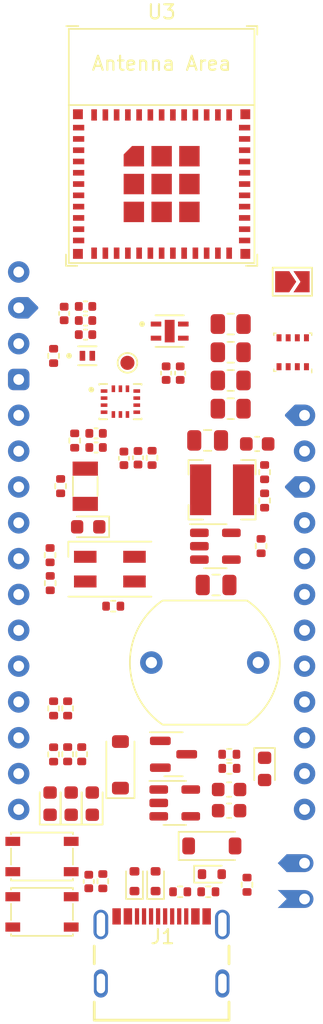
<source format=kicad_pcb>
(kicad_pcb (version 20221018) (generator pcbnew)
  (layers (0 "F.Cu" signal) (31 "B.Cu" signal) (34 "B.Paste" user) (35 "F.Paste" user) (36 "B.SilkS" user "B.Silkscreen") (37 "F.SilkS" user "F.Silkscreen") (38 "B.Mask" user) (39 "F.Mask" user) (44 "Edge.Cuts" user))
  (net 0 "")
  (net 1 "+3V3")
  (net 2 "GND")
  (net 3 "CHIP_PU")
  (net 4 "IO0")
  (net 5 "IO1")
  (net 6 "IO9_BOOT")
  (net 7 "VBUS")
  (net 8 "+BATT")
  (net 9 "+5V")
  (net 10 "Net-(U6-FB)")
  (net 11 "Net-(D2-A)")
  (net 13 "Net-(D3-DIN)")
  (net 14 "Net-(D4-K)")
  (net 15 "USB_D-")
  (net 16 "Net-(D7-A)")
  (net 17 "USB_D+")
  (net 18 "Net-(D10-A)")
  (net 19 "Net-(D11-A)")
  (net 20 "Net-(D12-A)")
  (net 21 "Net-(J1-CC1)")
  (net 23 "Net-(J1-CC2)")
  (net 25 "Net-(J1-SHELL_GND-PadS1)")
  (net 26 "SDO")
  (net 27 "/Buck_Coil")
  (net 28 "Net-(U2-AP_CS)")
  (net 29 "Net-(U4-PROG)")
  (net 30 "IO7")
  (net 31 "IO2")
  (net 32 "Net-(U4-STAT)")
  (net 33 "ENABLE")
  (net 34 "IO8_SCL")
  (net 35 "IO10_SDA")
  (net 36 "Net-(U7-SCK)")
  (net 37 "Net-(U7-SDI)")
  (net 38 "Net-(U7-CSB)")
  (net 39 "IO3")
  (net 40 "IO4")
  (net 41 "IO5")
  (net 42 "Net-(U2-INT2)")
  (net 54 "IO6")
  (net 59 "IO20_RX")
  (net 60 "IO21_TX")
  (footprint "OptoDevice:R_LDR_10x8.5mm_P7.6mm_Vertical" (layer "F.Cu") (at 105.95 74)
    (fp_text reference "R25" hide)
    (fp_text value "LDR03" hide)
    (pad "1" thru_hole circle (at 0 0) (size 1.6 1.6) (drill 0.8) (layers "*.Cu" "*.Mask") (net 9 "+5V"))
    (pad "2" thru_hole circle (at 7.6 0) (size 1.6 1.6) (drill 0.8) (layers "*.Cu" "*.Mask") (net 41 "IO5"))
  )
  (footprint "Inductor_SMD:L_Bourns-SRN4018" (layer "F.Cu") (at 110.975 61.75 180)
    (fp_text reference "L1" hide)
    (fp_text value "SPH4018H2R2MT (2.2uH 2.2A)" hide)
    (pad "1" smd rect (at -1.525 0 180) (size 1.5 3.6) (layers "F.Cu" "F.Paste" "F.Mask") (net 27 "/Buck_Coil"))
    (pad "2" smd rect (at 1.525 0 180) (size 1.5 3.6) (layers "F.Cu" "F.Paste" "F.Mask") (net 1 "+3V3"))
  )
  (footprint "LED_SMD:LED_0603_1608Metric" (layer "F.Cu") (at 100.25 84 90)
    (fp_text reference "D11" hide)
    (fp_text value "LED" hide)
    (pad "1" smd roundrect (at -0.7875 0 90) (size 0.875 0.95) (layers "F.Cu" "F.Paste" "F.Mask") (net 2 "GND"))
    (pad "2" smd roundrect (at 0.7875 0 90) (size 0.875 0.95) (layers "F.Cu" "F.Paste" "F.Mask") (net 19 "Net-(D11-A)"))
  )
  (footprint "Capacitor_SMD:C_0402_1005Metric" (layer "F.Cu") (at 101.5 89.52 -90)
    (fp_text reference "C11" hide)
    (fp_text value "1nF 10V" hide)
    (pad "1" smd roundrect (at -0.48 0 270) (size 0.56 0.62) (layers "F.Cu" "F.Paste" "F.Mask") (net 2 "GND"))
    (pad "2" smd roundrect (at 0.48 0 270) (size 0.56 0.62) (layers "F.Cu" "F.Paste" "F.Mask") (net 6 "IO9_BOOT"))
  )
  (footprint "Resistor_SMD:R_0402_1005Metric" (layer "F.Cu") (at 99 77.25 90)
    (fp_text reference "R14" hide)
    (fp_text value "10kR 1%" hide)
    (pad "1" smd roundrect (at -0.51 0 90) (size 0.54 0.64) (layers "F.Cu" "F.Paste" "F.Mask") (net 1 "+3V3"))
    (pad "2" smd roundrect (at 0.51 0 90) (size 0.54 0.64) (layers "F.Cu" "F.Paste" "F.Mask") (net 34 "IO8_SCL"))
  )
  (footprint "Package_TO_SOT_SMD:SOT-23-5" (layer "F.Cu") (at 110.5 65.75)
    (fp_text reference "U6" hide)
    (fp_text value "SY8088" hide)
    (pad "1" smd roundrect (at -1.1375 -0.95) (size 1.325 0.6) (layers "F.Cu" "F.Paste" "F.Mask") (net 33 "ENABLE"))
    (pad "2" smd roundrect (at -1.1375 0) (size 1.325 0.6) (layers "F.Cu" "F.Paste" "F.Mask") (net 2 "GND"))
    (pad "3" smd roundrect (at -1.1375 0.95) (size 1.325 0.6) (layers "F.Cu" "F.Paste" "F.Mask") (net 27 "/Buck_Coil"))
    (pad "4" smd roundrect (at 1.1375 0.95) (size 1.325 0.6) (layers "F.Cu" "F.Paste" "F.Mask") (net 9 "+5V"))
    (pad "5" smd roundrect (at 1.1375 -0.95) (size 1.325 0.6) (layers "F.Cu" "F.Paste" "F.Mask") (net 10 "Net-(U6-FB)"))
  )
  (footprint "Capacitor_SMD:C_0402_1005Metric" (layer "F.Cu") (at 101.27 49.75)
    (fp_text reference "C2" hide)
    (fp_text value "100nF 10V" hide)
    (pad "1" smd roundrect (at -0.48 0) (size 0.56 0.62) (layers "F.Cu" "F.Paste" "F.Mask") (net 1 "+3V3"))
    (pad "2" smd roundrect (at 0.48 0) (size 0.56 0.62) (layers "F.Cu" "F.Paste" "F.Mask") (net 2 "GND"))
  )
  (footprint "Resistor_SMD:R_0402_1005Metric" (layer "F.Cu") (at 99.5 61.49 -90)
    (fp_text reference "R5" hide)
    (fp_text value "DNP" hide)
    (pad "1" smd roundrect (at -0.51 0 270) (size 0.54 0.64) (layers "F.Cu" "F.Paste" "F.Mask") (net 4 "IO0"))
    (pad "2" smd roundrect (at 0.51 0 270) (size 0.54 0.64) (layers "F.Cu" "F.Paste" "F.Mask") (net 5 "IO1"))
  )
  (footprint "Connector:GCT_USB4105-GF-A" (layer "F.Cu") (at 106.68 96.75)
    (fp_text reference "J1" (at 0.07 -3.31) (layer "F.SilkS"))
    (fp_text value "USB4105-GF-A")
    (pad "" np_thru_hole circle (at -2.89 -3.68) (size 0.65 0.65) (drill 0.65) (layers "*.Cu" "*.Mask"))
    (pad "" np_thru_hole circle (at 2.89 -3.68) (size 0.65 0.65) (drill 0.65) (layers "*.Cu" "*.Mask"))
    (pad "A1_B12" smd rect (at -3.2 -4.755) (size 0.6 1.15) (layers "F.Cu" "F.Paste" "F.Mask") (net 2 "GND"))
    (pad "A4_B9" smd rect (at -2.4 -4.755) (size 0.6 1.15) (layers "F.Cu" "F.Paste" "F.Mask") (net 16 "Net-(D7-A)"))
    (pad "A5" smd rect (at -1.25 -4.755) (size 0.3 1.15) (layers "F.Cu" "F.Paste" "F.Mask") (net 21 "Net-(J1-CC1)"))
    (pad "A6" smd rect (at -0.25 -4.755) (size 0.3 1.15) (layers "F.Cu" "F.Paste" "F.Mask") (net 17 "USB_D+"))
    (pad "A7" smd rect (at 0.25 -4.755) (size 0.3 1.15) (layers "F.Cu" "F.Paste" "F.Mask") (net 15 "USB_D-"))
    (pad "A8" smd rect (at 1.25 -4.755) (size 0.3 1.15) (layers "F.Cu" "F.Paste" "F.Mask"))
    (pad "B1_A12" smd rect (at 3.2 -4.755) (size 0.6 1.15) (layers "F.Cu" "F.Paste" "F.Mask") (net 2 "GND"))
    (pad "B4_A9" smd rect (at 2.4 -4.755) (size 0.6 1.15) (layers "F.Cu" "F.Paste" "F.Mask") (net 16 "Net-(D7-A)"))
    (pad "B5" smd rect (at 1.75 -4.755) (size 0.3 1.15) (layers "F.Cu" "F.Paste" "F.Mask") (net 23 "Net-(J1-CC2)"))
    (pad "B6" smd rect (at 0.75 -4.755) (size 0.3 1.15) (layers "F.Cu" "F.Paste" "F.Mask") (net 17 "USB_D+"))
    (pad "B7" smd rect (at -0.75 -4.755) (size 0.3 1.15) (layers "F.Cu" "F.Paste" "F.Mask") (net 15 "USB_D-"))
    (pad "B8" smd rect (at -1.75 -4.755) (size 0.3 1.15) (layers "F.Cu" "F.Paste" "F.Mask"))
    (pad "S1" thru_hole oval (at -4.32 -4.18) (size 1.05 2.1) (drill oval 0.6 1.7) (layers "*.Cu" "*.Mask") (net 25 "Net-(J1-SHELL_GND-PadS1)"))
    (pad "S2" thru_hole oval (at -4.32 0) (size 1 2) (drill oval 0.6 1.4) (layers "*.Cu" "*.Mask") (net 25 "Net-(J1-SHELL_GND-PadS1)"))
    (pad "S3" thru_hole oval (at 4.32 0) (size 1 2) (drill oval 0.6 1.4) (layers "*.Cu" "*.Mask") (net 25 "Net-(J1-SHELL_GND-PadS1)"))
    (pad "S4" thru_hole oval (at 4.32 -4.18) (size 1.05 2.1) (drill oval 0.6 1.7) (layers "*.Cu" "*.Mask") (net 25 "Net-(J1-SHELL_GND-PadS1)"))
  )
  (footprint "Capacitor_SMD:C_0402_1005Metric" (layer "F.Cu") (at 107 53.48 90)
    (fp_text reference "C5" hide)
    (fp_text value "10nF 10V" hide)
    (pad "1" smd roundrect (at -0.48 0 90) (size 0.56 0.62) (layers "F.Cu" "F.Paste" "F.Mask") (net 1 "+3V3"))
    (pad "2" smd roundrect (at 0.48 0 90) (size 0.56 0.62) (layers "F.Cu" "F.Paste" "F.Mask") (net 2 "GND"))
  )
  (footprint "Capacitor_SMD:C_0402_1005Metric" (layer "F.Cu") (at 102.02 57.75)
    (fp_text reference "C7" hide)
    (fp_text value "10nF 10V" hide)
    (pad "1" smd roundrect (at -0.48 0) (size 0.56 0.62) (layers "F.Cu" "F.Paste" "F.Mask") (net 1 "+3V3"))
    (pad "2" smd roundrect (at 0.48 0) (size 0.56 0.62) (layers "F.Cu" "F.Paste" "F.Mask") (net 2 "GND"))
  )
  (footprint "Resistor_SMD:R_0402_1005Metric" (layer "F.Cu") (at 108 90.25)
    (fp_text reference "R17" hide)
    (fp_text value "5k1R 1%" hide)
    (pad "1" smd roundrect (at -0.51 0) (size 0.54 0.64) (layers "F.Cu" "F.Paste" "F.Mask") (net 21 "Net-(J1-CC1)"))
    (pad "2" smd roundrect (at 0.51 0) (size 0.54 0.64) (layers "F.Cu" "F.Paste" "F.Mask") (net 2 "GND"))
  )
  (footprint "Resistor_SMD:R_0805_2012Metric" (layer "F.Cu") (at 111.5875 52)
    (fp_text reference "R19" hide)
    (fp_text value "4.7K" hide)
    (pad "1" smd roundrect (at -0.9125 0) (size 1.025 1.4) (layers "F.Cu" "F.Paste" "F.Mask") (roundrect_rratio 0.243902) (net 35 "IO10_SDA"))
    (pad "2" smd roundrect (at 0.9125 0) (size 1.025 1.4) (layers "F.Cu" "F.Paste" "F.Mask") (roundrect_rratio 0.243902) (net 37 "Net-(U7-SDI)"))
  )
  (footprint "Jumper:SolderJumper-2_P1.3mm_Open_TrianglePad1.0x1.5mm" (layer "F.Cu") (at 115.975 47)
    (fp_text reference "JP1" hide)
    (fp_text value "Jumper_2_Open" hide)
    (pad "1" smd custom (at -0.725 0) (size 0.3 0.3) (layers "F.Cu" "F.Mask") (net 26 "SDO") (options (clearance outline) (anchor rect)) (primitives (gr_poly (pts (xy 1 0) (xy 0.5 0.75) (xy -0.5 0.75) (xy -0.5 -0.75) (xy 0.5 -0.75)) (width 0) (fill yes))))
    (pad "2" smd custom (at 0.725 0) (size 0.3 0.3) (layers "F.Cu" "F.Mask") (net 2 "GND") (options (clearance outline) (anchor rect)) (primitives (gr_poly (pts (xy 0.5 0.75) (xy -0.65 0.75) (xy -0.15 0) (xy -0.65 -0.75) (xy 0.5 -0.75)) (width 0) (fill yes))))
  )
  (footprint "Capacitor_SMD:C_0402_1005Metric" (layer "F.Cu") (at 102.02 58.75)
    (fp_text reference "C8" hide)
    (fp_text value "100nF 10V" hide)
    (pad "1" smd roundrect (at -0.48 0) (size 0.56 0.62) (layers "F.Cu" "F.Paste" "F.Mask") (net 1 "+3V3"))
    (pad "2" smd roundrect (at 0.48 0) (size 0.56 0.62) (layers "F.Cu" "F.Paste" "F.Mask") (net 2 "GND"))
  )
  (footprint "Resistor_SMD:R_0402_1005Metric" (layer "F.Cu") (at 99 80.51 -90)
    (fp_text reference "R24" hide)
    (fp_text value "220" hide)
    (pad "1" smd roundrect (at -0.51 0 270) (size 0.54 0.64) (layers "F.Cu" "F.Paste" "F.Mask") (net 40 "IO4"))
    (pad "2" smd roundrect (at 0.51 0 270) (size 0.54 0.64) (layers "F.Cu" "F.Paste" "F.Mask") (net 20 "Net-(D12-A)"))
  )
  (footprint "Resistor_SMD:R_0402_1005Metric" (layer "F.Cu") (at 113.75 65.74 90)
    (fp_text reference "R10" hide)
    (fp_text value "10kR 1%" hide)
    (pad "1" smd roundrect (at -0.51 0 90) (size 0.54 0.64) (layers "F.Cu" "F.Paste" "F.Mask") (net 9 "+5V"))
    (pad "2" smd roundrect (at 0.51 0 90) (size 0.54 0.64) (layers "F.Cu" "F.Paste" "F.Mask") (net 33 "ENABLE"))
  )
  (footprint "Diode_SMD:SOD-882" (layer "F.Cu") (at 101.4 52.25)
    (fp_text reference "D1" hide)
    (fp_text value "LESD8D3.3CAT5G" hide)
    (pad "1" smd roundrect (at -0.35 0) (size 0.4 0.7) (layers "F.Cu") (roundrect_rratio 0.09) (net 1 "+3V3"))
    (pad "2" smd roundrect (at 0.35 0) (size 0.4 0.7) (layers "F.Cu") (roundrect_rratio 0.09) (net 2 "GND"))
  )
  (footprint "Button_Switch_SMD:SW_SPST_PTS810" (layer "F.Cu") (at 98.175 91.675)
    (fp_text reference "SW2" hide)
    (fp_text value "SW_Push" hide)
    (pad "1" smd rect (at -2.075 -1.075) (size 1.05 0.65) (layers "F.Cu" "F.Paste" "F.Mask") (net 6 "IO9_BOOT"))
    (pad "1" smd rect (at 2.075 -1.075) (size 1.05 0.65) (layers "F.Cu" "F.Paste" "F.Mask") (net 6 "IO9_BOOT"))
    (pad "2" smd rect (at -2.075 1.075) (size 1.05 0.65) (layers "F.Cu" "F.Paste" "F.Mask") (net 2 "GND"))
    (pad "2" smd rect (at 2.075 1.075) (size 1.05 0.65) (layers "F.Cu" "F.Paste" "F.Mask") (net 2 "GND"))
  )
  (footprint "Capacitor_SMD:C_0603_1608Metric" (layer "F.Cu") (at 111.475 83)
    (fp_text reference "C12" hide)
    (fp_text value "4.7uF 16V" hide)
    (pad "1" smd roundrect (at -0.775 0) (size 0.9 0.95) (layers "F.Cu" "F.Paste" "F.Mask") (net 2 "GND"))
    (pad "2" smd roundrect (at 0.775 0) (size 0.9 0.95) (layers "F.Cu" "F.Paste" "F.Mask") (net 7 "VBUS"))
  )
  (footprint "LED_SMD:LED_0603_1608Metric" (layer "F.Cu") (at 114 81.5375 -90)
    (fp_text reference "D4" hide)
    (fp_text value "LED" hide)
    (pad "1" smd roundrect (at -0.7875 0 270) (size 0.875 0.95) (layers "F.Cu" "F.Paste" "F.Mask") (net 14 "Net-(D4-K)"))
    (pad "2" smd roundrect (at 0.7875 0 270) (size 0.875 0.95) (layers "F.Cu" "F.Paste" "F.Mask") (net 7 "VBUS"))
  )
  (footprint "Package_TO_SOT_SMD:SOT-23-5" (layer "F.Cu") (at 107.6125 83.95)
    (fp_text reference "U4" hide)
    (fp_text value "MCP73831T-2ACI/OT" hide)
    (pad "1" smd roundrect (at -1.1375 -0.95) (size 1.325 0.6) (layers "F.Cu" "F.Paste" "F.Mask") (net 32 "Net-(U4-STAT)"))
    (pad "2" smd roundrect (at -1.1375 0) (size 1.325 0.6) (layers "F.Cu" "F.Paste" "F.Mask") (net 2 "GND"))
    (pad "3" smd roundrect (at -1.1375 0.95) (size 1.325 0.6) (layers "F.Cu" "F.Paste" "F.Mask") (net 8 "+BATT"))
    (pad "4" smd roundrect (at 1.1375 0.95) (size 1.325 0.6) (layers "F.Cu" "F.Paste" "F.Mask") (net 7 "VBUS"))
    (pad "5" smd roundrect (at 1.1375 -0.95) (size 1.325 0.6) (layers "F.Cu" "F.Paste" "F.Mask") (net 29 "Net-(U4-PROG)"))
  )
  (footprint "Diode_SMD:D_SOD-123" (layer "F.Cu") (at 103.75 81.25 90)
    (fp_text reference "D5" hide)
    (fp_text value "B5819W" hide)
    (pad "1" smd roundrect (at -1.65 0 90) (size 0.9 1.2) (layers "F.Cu" "F.Paste" "F.Mask") (net 9 "+5V"))
    (pad "2" smd roundrect (at 1.65 0 90) (size 0.9 1.2) (layers "F.Cu" "F.Paste" "F.Mask") (net 7 "VBUS"))
  )
  (footprint "Resistor_SMD:R_0805_2012Metric" (layer "F.Cu") (at 111.5875 54)
    (fp_text reference "R20" hide)
    (fp_text value "4.7K" hide)
    (pad "1" smd roundrect (at -0.9125 0) (size 1.025 1.4) (layers "F.Cu" "F.Paste" "F.Mask") (roundrect_rratio 0.243902) (net 1 "+3V3"))
    (pad "2" smd roundrect (at 0.9125 0) (size 1.025 1.4) (layers "F.Cu" "F.Paste" "F.Mask") (roundrect_rratio 0.243902) (net 38 "Net-(U7-CSB)"))
  )
  (footprint "Resistor_SMD:R_0805_2012Metric" (layer "F.Cu") (at 111.5875 50)
    (fp_text reference "R18" hide)
    (fp_text value "4.7K" hide)
    (pad "1" smd roundrect (at -0.9125 0) (size 1.025 1.4) (layers "F.Cu" "F.Paste" "F.Mask") (roundrect_rratio 0.243902) (net 34 "IO8_SCL"))
    (pad "2" smd roundrect (at 0.9125 0) (size 1.025 1.4) (layers "F.Cu" "F.Paste" "F.Mask") (roundrect_rratio 0.243902) (net 36 "Net-(U7-SCK)"))
  )
  (footprint "Capacitor_SMD:C_0603_1608Metric" (layer "F.Cu") (at 113.475 58.5)
    (fp_text reference "C15" hide)
    (fp_text value "22pF 50V" hide)
    (pad "1" smd roundrect (at -0.775 0) (size 0.9 0.95) (layers "F.Cu" "F.Paste" "F.Mask") (net 1 "+3V3"))
    (pad "2" smd roundrect (at 0.775 0) (size 0.9 0.95) (layers "F.Cu" "F.Paste" "F.Mask") (net 10 "Net-(U6-FB)"))
  )
  (footprint "Diode_SMD:D_SOD-523" (layer "F.Cu") (at 110.25 89)
    (fp_text reference "D8" hide)
    (fp_text value "LESD5D5.0CT1G" hide)
    (pad "1" smd roundrect (at -0.7 0 180) (size 0.6 0.7) (layers "F.Cu" "F.Paste" "F.Mask") (net 16 "Net-(D7-A)"))
    (pad "2" smd roundrect (at 0.7 0 180) (size 0.6 0.7) (layers "F.Cu" "F.Paste" "F.Mask") (net 2 "GND"))
  )
  (footprint "Resistor_SMD:R_0402_1005Metric" (layer "F.Cu") (at 101 80.5 -90)
    (fp_text reference "R22" hide)
    (fp_text value "220" hide)
    (pad "1" smd roundrect (at -0.51 0 270) (size 0.54 0.64) (layers "F.Cu" "F.Paste" "F.Mask") (net 31 "IO2"))
    (pad "2" smd roundrect (at 0.51 0 270) (size 0.54 0.64) (layers "F.Cu" "F.Paste" "F.Mask") (net 18 "Net-(D10-A)"))
  )
  (footprint "Package_LGA:Bosch_LGA-8_2.5x2.5mm_P0.65mm_ClockwisePinNumbering" (layer "F.Cu") (at 116 52 180)
    (fp_text reference "U7" hide)
    (fp_text value "BME280" hide)
    (pad "1" smd rect (at -0.975 -1.025 270) (size 0.5 0.35) (layers "F.Cu" "F.Paste" "F.Mask") (net 2 "GND"))
    (pad "2" smd rect (at -0.325 -1.025 270) (size 0.5 0.35) (layers "F.Cu" "F.Paste" "F.Mask") (net 38 "Net-(U7-CSB)"))
    (pad "3" smd rect (at 0.325 -1.025 270) (size 0.5 0.35) (layers "F.Cu" "F.Paste" "F.Mask") (net 37 "Net-(U7-SDI)"))
    (pad "4" smd rect (at 0.975 -1.025 270) (size 0.5 0.35) (layers "F.Cu" "F.Paste" "F.Mask") (net 36 "Net-(U7-SCK)"))
    (pad "5" smd rect (at 0.975 1.025 270) (size 0.5 0.35) (layers "F.Cu" "F.Paste" "F.Mask") (net 26 "SDO"))
    (pad "6" smd rect (at 0.325 1.025 270) (size 0.5 0.35) (layers "F.Cu" "F.Paste" "F.Mask") (net 1 "+3V3"))
    (pad "7" smd rect (at -0.325 1.025 270) (size 0.5 0.35) (layers "F.Cu" "F.Paste" "F.Mask") (net 2 "GND"))
    (pad "8" smd rect (at -0.975 1.025 270) (size 0.5 0.35) (layers "F.Cu" "F.Paste" "F.Mask") (net 1 "+3V3"))
  )
  (footprint "Capacitor_SMD:C_0402_1005Metric" (layer "F.Cu") (at 108 53.48 90)
    (fp_text reference "C6" hide)
    (fp_text value "100nF 10V" hide)
    (pad "1" smd roundrect (at -0.48 0 90) (size 0.56 0.62) (layers "F.Cu" "F.Paste" "F.Mask") (net 1 "+3V3"))
    (pad "2" smd roundrect (at 0.48 0 90) (size 0.56 0.62) (layers "F.Cu" "F.Paste" "F.Mask") (net 2 "GND"))
  )
  (footprint "Resistor_SMD:R_0402_1005Metric" (layer "F.Cu") (at 98.75 66.385 -90)
    (fp_text reference "R6" hide)
    (fp_text value "0R 1%" hide)
    (pad "1" smd roundrect (at -0.51 0 270) (size 0.54 0.64) (layers "F.Cu" "F.Paste" "F.Mask") (net 31 "IO2"))
    (pad "2" smd roundrect (at 0.51 0 270) (size 0.54 0.64) (layers "F.Cu" "F.Paste" "F.Mask") (net 13 "Net-(D3-DIN)"))
  )
  (footprint "Button_Switch_SMD:SW_SPST_PTS810" (layer "F.Cu") (at 98.175 87.75)
    (fp_text reference "SW1" hide)
    (fp_text value "SW_Push" hide)
    (pad "1" smd rect (at -2.075 -1.075) (size 1.05 0.65) (layers "F.Cu" "F.Paste" "F.Mask") (net 3 "CHIP_PU"))
    (pad "1" smd rect (at 2.075 -1.075) (size 1.05 0.65) (layers "F.Cu" "F.Paste" "F.Mask") (net 3 "CHIP_PU"))
    (pad "2" smd rect (at -2.075 1.075) (size 1.05 0.65) (layers "F.Cu" "F.Paste" "F.Mask") (net 2 "GND"))
    (pad "2" smd rect (at 2.075 1.075) (size 1.05 0.65) (layers "F.Cu" "F.Paste" "F.Mask") (net 2 "GND"))
  )
  (footprint "LED_SMD:LED_0603_1608Metric" (layer "F.Cu") (at 101.75 84 90)
    (fp_text reference "D10" hide)
    (fp_text value "LED" hide)
    (pad "1" smd roundrect (at -0.7875 0 90) (size 0.875 0.95) (layers "F.Cu" "F.Paste" "F.Mask") (net 2 "GND"))
    (pad "2" smd roundrect (at 0.7875 0 90) (size 0.875 0.95) (layers "F.Cu" "F.Paste" "F.Mask") (net 18 "Net-(D10-A)"))
  )
  (footprint "Crystal:Crystal_SMD_3215-2Pin_3.2x1.5mm" (layer "F.Cu") (at 101.25 61.5 90)
    (fp_text reference "Y1" hide)
    (fp_text value "32.768Hz" hide)
    (pad "1" smd rect (at 1.25 0 90) (size 1 1.8) (layers "F.Cu" "F.Paste" "F.Mask") (net 4 "IO0"))
    (pad "2" smd rect (at -1.25 0 90) (size 1 1.8) (layers "F.Cu" "F.Paste" "F.Mask") (net 5 "IO1"))
  )
  (footprint "Resistor_SMD:R_0402_1005Metric" (layer "F.Cu") (at 98.76 68.365 90)
    (fp_text reference "R4" hide)
    (fp_text value "470R 1%" hide)
    (pad "1" smd roundrect (at -0.51 0 90) (size 0.54 0.64) (layers "F.Cu" "F.Paste" "F.Mask") (net 30 "IO7"))
    (pad "2" smd roundrect (at 0.51 0 90) (size 0.54 0.64) (layers "F.Cu" "F.Paste" "F.Mask") (net 11 "Net-(D2-A)"))
  )
  (footprint "Resistor_SMD:R_0402_1005Metric" (layer "F.Cu") (at 114 62.51 -90)
    (fp_text reference "R13" hide)
    (fp_text value "22k1R 1%" hide)
    (pad "1" smd roundrect (at -0.51 0 270) (size 0.54 0.64) (layers "F.Cu" "F.Paste" "F.Mask") (net 10 "Net-(U6-FB)"))
    (pad "2" smd roundrect (at 0.51 0 270) (size 0.54 0.64) (layers "F.Cu" "F.Paste" "F.Mask") (net 2 "GND"))
  )
  (footprint "Resistor_SMD:R_0402_1005Metric" (layer "F.Cu") (at 102.5 89.5 90)
    (fp_text reference "R7" hide)
    (fp_text value "10kR 1%" hide)
    (pad "1" smd roundrect (at -0.51 0 90) (size 0.54 0.64) (layers "F.Cu" "F.Paste" "F.Mask") (net 1 "+3V3"))
    (pad "2" smd roundrect (at 0.51 0 90) (size 0.54 0.64) (layers "F.Cu" "F.Paste" "F.Mask") (net 6 "IO9_BOOT"))
  )
  (footprint "Resistor_SMD:R_0805_2012Metric" (layer "F.Cu") (at 111.5875 56 180)
    (fp_text reference "R21" hide)
    (fp_text value "4.7K" hide)
    (pad "1" smd roundrect (at -0.9125 0 180) (size 1.025 1.4) (layers "F.Cu" "F.Paste" "F.Mask") (roundrect_rratio 0.243902) (net 26 "SDO"))
    (pad "2" smd roundrect (at 0.9125 0 180) (size 1.025 1.4) (layers "F.Cu" "F.Paste" "F.Mask") (roundrect_rratio 0.243902) (net 1 "+3V3"))
  )
  (footprint "LED_SMD:LED_SK6812MINI_PLCC4_3.5x3.5mm_P1.75mm" (layer "F.Cu") (at 103 67.375 180)
    (fp_text reference "D3" hide)
    (fp_text value "WS2812B" hide)
    (pad "1" smd rect (at -1.75 -0.875 180) (size 1.6 0.85) (layers "F.Cu" "F.Paste" "F.Mask") (net 1 "+3V3"))
    (pad "2" smd rect (at -1.75 0.875 180) (size 1.6 0.85) (layers "F.Cu" "F.Paste" "F.Mask"))
    (pad "3" smd rect (at 1.75 0.875 180) (size 1.6 0.85) (layers "F.Cu" "F.Paste" "F.Mask") (net 2 "GND"))
    (pad "4" smd rect (at 1.75 -0.875 180) (size 1.6 0.85) (layers "F.Cu" "F.Paste" "F.Mask") (net 13 "Net-(D3-DIN)"))
  )
  (footprint "Resistor_SMD:R_0402_1005Metric" (layer "F.Cu") (at 111.49 80.5)
    (fp_text reference "R8" hide)
    (fp_text value "1kR 1%" hide)
    (pad "1" smd roundrect (at -0.51 0) (size 0.54 0.64) (layers "F.Cu" "F.Paste" "F.Mask") (net 32 "Net-(U4-STAT)"))
    (pad "2" smd roundrect (at 0.51 0) (size 0.54 0.64) (layers "F.Cu" "F.Paste" "F.Mask") (net 14 "Net-(D4-K)"))
  )
  (footprint "Resistor_SMD:R_0402_1005Metric" (layer "F.Cu") (at 103.24 70 180)
    (fp_text reference "R26" hide)
    (fp_text value "10K" hide)
    (pad "1" smd roundrect (at -0.51 0 180) (size 0.54 0.64) (layers "F.Cu" "F.Paste" "F.Mask") (net 2 "GND"))
    (pad "2" smd roundrect (at 0.51 0 180) (size 0.54 0.64) (layers "F.Cu" "F.Paste" "F.Mask") (net 41 "IO5"))
  )
  (footprint "Diode_SMD:D_SOD-523" (layer "F.Cu") (at 106.25 89.5 90)
    (fp_text reference "D9" hide)
    (fp_text value "LESD5D5.0CT1G" hide)
    (pad "1" smd roundrect (at -0.7 0 270) (size 0.6 0.7) (layers "F.Cu" "F.Paste" "F.Mask") (net 17 "USB_D+"))
    (pad "2" smd roundrect (at 0.7 0 270) (size 0.6 0.7) (layers "F.Cu" "F.Paste" "F.Mask") (net 2 "GND"))
  )
  (footprint "Capacitor_SMD:C_0805_2012Metric" (layer "F.Cu") (at 109.95 58.25)
    (fp_text reference "C16" hide)
    (fp_text value "10uF 16V" hide)
    (pad "1" smd roundrect (at -0.95 0) (size 1 1.45) (layers "F.Cu" "F.Paste" "F.Mask") (net 1 "+3V3"))
    (pad "2" smd roundrect (at 0.95 0) (size 1 1.45) (layers "F.Cu" "F.Paste" "F.Mask") (net 2 "GND"))
  )
  (footprint "Connector_Pin:Rust_Board" (layer "F.Cu") (at 106.68 65.995)
    (fp_text reference "U5" hide)
    (fp_text value "ESP_ASSISTANT")
    (pad "1" thru_hole circle (at -10.16 -19.685) (size 1.524 1.524) (drill 0.762) (layers "*.Cu" "*.Mask") (net 3 "CHIP_PU"))
    (pad "2" thru_hole custom (at -10.16 -17.145) (size 1.524 1.524) (drill 0.762) (layers "*.Cu" "*.Mask") (net 1 "+3V3") (options (clearance outline) (anchor circle)) (primitives (gr_poly (pts (xy 1.27 0) (xy 0.635 0.635) (xy 0 0.635) (xy 0 -0.635) (xy 0.635 -0.635)) (width 0.254) (fill yes))))
    (pad "3" thru_hole circle (at -10.16 -14.605) (size 1.524 1.524) (drill 0.762) (layers "*.Cu" "*.Mask"))
    (pad "4" thru_hole roundrect (at -10.16 -12.065) (size 1.524 1.524) (drill 0.762) (layers "*.Cu" "*.Mask") (net 2 "GND"))
    (pad "5" thru_hole circle (at -10.16 -9.525) (size 1.524 1.524) (drill 0.762) (layers "*.Cu" "*.Mask") (net 4 "IO0"))
    (pad "6" thru_hole circle (at -10.16 -6.985) (size 1.524 1.524) (drill 0.762) (layers "*.Cu" "*.Mask") (net 5 "IO1"))
    (pad "7" thru_hole circle (at -10.16 -4.445) (size 1.524 1.524) (drill 0.762) (layers "*.Cu" "*.Mask") (net 31 "IO2"))
    (pad "8" thru_hole circle (at -10.16 -1.905) (size 1.524 1.524) (drill 0.762) (layers "*.Cu" "*.Mask") (net 39 "IO3"))
    (pad "9" thru_hole circle (at -10.16 0.635) (size 1.524 1.524) (drill 0.762) (layers "*.Cu" "*.Mask") (net 40 "IO4"))
    (pad "10" thru_hole circle (at -10.16 3.175) (size 1.524 1.524) (drill 0.762) (layers "*.Cu" "*.Mask") (net 41 "IO5"))
    (pad "11" thru_hole circle (at -10.16 5.715) (size 1.524 1.524) (drill 0.762) (layers "*.Cu" "*.Mask") (net 54 "IO6"))
    (pad "12" thru_hole circle (at -10.16 8.255) (size 1.524 1.524) (drill 0.762) (layers "*.Cu" "*.Mask") (net 30 "IO7"))
    (pad "13" thru_hole circle (at -10.16 10.795) (size 1.524 1.524) (drill 0.762) (layers "*.Cu" "*.Mask") (net 34 "IO8_SCL"))
    (pad "14" thru_hole circle (at -10.16 13.335) (size 1.524 1.524) (drill 0.762) (layers "*.Cu" "*.Mask") (net 60 "IO21_TX"))
    (pad "15" thru_hole circle (at -10.16 15.875) (size 1.524 1.524) (drill 0.762) (layers "*.Cu" "*.Mask") (net 59 "IO20_RX"))
    (pad "16" thru_hole circle (at -10.16 18.415) (size 1.524 1.524) (drill 0.762) (layers "*.Cu" "*.Mask") (net 6 "IO9_BOOT"))
    (pad "17" thru_hole circle (at 10.16 18.415) (size 1.524 1.524) (drill 0.762) (layers "*.Cu" "*.Mask") (net 35 "IO10_SDA"))
    (pad "18" thru_hole circle (at 10.16 15.875) (size 1.524 1.524) (drill 0.762) (layers "*.Cu" "*.Mask") (net 34 "IO8_SCL"))
    (pad "19" thru_hole circle (at 10.16 13.335) (size 1.524 1.524) (drill 0.762) (layers "*.Cu" "*.Mask") (net 17 "USB_D+"))
    (pad "20" thru_hole circle (at 10.16 10.795) (size 1.524 1.524) (drill 0.762) (layers "*.Cu" "*.Mask") (net 15 "USB_D-"))
    (pad "21" thru_hole circle (at 10.16 8.255) (size 1.524 1.524) (drill 0.762) (layers "*.Cu" "*.Mask"))
    (pad "22" thru_hole circle (at 10.16 5.715) (size 1.524 1.524) (drill 0.762) (layers "*.Cu" "*.Mask"))
    (pad "23" thru_hole circle (at 10.16 3.175) (size 1.524 1.524) (drill 0.762) (layers "*.Cu" "*.Mask"))
    (pad "24" thru_hole circle (at 10.16 0.635) (size 1.524 1.524) (drill 0.762) (layers "*.Cu" "*.Mask"))
    (pad "25" thru_hole circle (at 10.16 -1.905) (size 1.524 1.524) (drill 0.762) (layers "*.Cu" "*.Mask"))
    (pad "26" thru_hole custom (at 10.16 -4.445) (size 1.524 1.524) (drill 0.762) (layers "*.Cu" "*.Mask") (net 7 "VBUS") (options (clearance outline) (anchor circle)) (primitives (gr_poly (pts (xy -1.27 0) (xy -0.635 -0.635) (xy 0 -0.635) (xy 0 0.635) (xy -0.635 0.635)) (width 0.254) (fill yes))))
    (pad "27" thru_hole circle (at 10.16 -6.985) (size 1.524 1.524) (drill 0.762) (layers "*.Cu" "*.Mask") (net 33 "ENABLE"))
    (pad "28" thru_hole custom (at 10.16 -9.525) (size 1.524 1.524) (drill 0.762) (layers "*.Cu" "*.Mask") (net 8 "+BATT") (options (clearance outline) (anchor circle)) (primitives (gr_poly (pts (xy -1.27 0) (xy -0.635 -0.635) (xy 0 -0.635) (xy 0 0.635) (xy -0.635 0.635)) (width 0.254) (fill yes))))
    (pad "29" thru_hole custom (at 10.16 24.765 90) (size 1.27 1.27) (drill 0.762) (layers "*.Cu" "*.Mask") (net 2 "GND") (options (clearance outline) (anchor circle)) (primitives (gr_poly (pts (xy 0.635 0) (xy -0.635 0) (xy -0.635 -1.905) (xy 0 -1.27) (xy 0.635 -1.905)) (width 0) (fill yes))))
    (pad "30" thru_hole custom (at 10.16 22.225 90) (size 1.27 1.27) (drill 0.762) (layers "*.Cu" "*.Mask") (net 8 "+BATT") (options (clearance outline) (anchor circle)) (primitives (gr_poly (pts (xy 0.635 -1.27) (xy 0.635 0) (xy -0.635 0) (xy -0.635 -1.27) (xy 0 -1.905)) (width 0) (fill yes))))
  )
  (footprint "PCM_Espressif:ESP32-C3-MINI-1" (layer "F.Cu") (at 106.68 37.375)
    (fp_text reference "U3" (at 0 -9.5) (layer "F.SilkS"))
    (fp_text value "ESP32-C3-MINI-1")
    (fp_text user "Antenna Area" (at 0 -5.85) (layer "F.SilkS"))
    (pad "1" smd rect (at -5.9 -1.3 90) (size 0.4 0.8) (layers "F.Cu" "F.Paste" "F.Mask") (net 2 "GND"))
    (pad "2" smd rect (at -5.9 -0.5 90) (size 0.4 0.8) (layers "F.Cu" "F.Paste" "F.Mask") (net 2 "GND"))
    (pad "3" smd rect (at -5.9 0.3 90) (size 0.4 0.8) (layers "F.Cu" "F.Paste" "F.Mask") (net 1 "+3V3"))
    (pad "4" smd rect (at -5.9 1.1 90) (size 0.4 0.8) (layers "F.Cu" "F.Paste" "F.Mask"))
    (pad "5" smd rect (at -5.9 1.9 90) (size 0.4 0.8) (layers "F.Cu" "F.Paste" "F.Mask") (net 31 "IO2"))
    (pad "6" smd rect (at -5.9 2.7 90) (size 0.4 0.8) (layers "F.Cu" "F.Paste" "F.Mask") (net 39 "IO3"))
    (pad "7" smd rect (at -5.9 3.5 90) (size 0.4 0.8) (layers "F.Cu" "F.Paste" "F.Mask"))
    (pad "8" smd rect (at -5.9 4.3 90) (size 0.4 0.8) (layers "F.Cu" "F.Paste" "F.Mask") (net 3 "CHIP_PU"))
    (pad "9" smd rect (at -5.9 5.1 90) (size 0.4 0.8) (layers "F.Cu" "F.Paste" "F.Mask"))
    (pad "10" smd rect (at -5.9 5.9 90) (size 0.4 0.8) (layers "F.Cu" "F.Paste" "F.Mask"))
    (pad "11" smd rect (at -5.9 6.7 90) (size 0.4 0.8) (layers "F.Cu" "F.Paste" "F.Mask") (net 2 "GND"))
    (pad "12" smd rect (at -4.8 7.6) (size 0.4 0.8) (layers "F.Cu" "F.Paste" "F.Mask") (net 4 "IO0"))
    (pad "13" smd rect (at -4 7.6) (size 0.4 0.8) (layers "F.Cu" "F.Paste" "F.Mask") (net 5 "IO1"))
    (pad "14" smd rect (at -3.2 7.6) (size 0.4 0.8) (layers "F.Cu" "F.Paste" "F.Mask") (net 2 "GND"))
    (pad "15" smd rect (at -2.4 7.6) (size 0.4 0.8) (layers "F.Cu" "F.Paste" "F.Mask"))
    (pad "16" smd rect (at -1.6 7.6) (size 0.4 0.8) (layers "F.Cu" "F.Paste" "F.Mask") (net 35 "IO10_SDA"))
    (pad "17" smd rect (at -0.8 7.6) (size 0.4 0.8) (layers "F.Cu" "F.Paste" "F.Mask"))
    (pad "18" smd rect (at 0 7.6) (size 0.4 0.8) (layers "F.Cu" "F.Paste" "F.Mask") (net 40 "IO4"))
    (pad "19" smd rect (at 0.8 7.6) (size 0.4 0.8) (layers "F.Cu" "F.Paste" "F.Mask") (net 41 "IO5"))
    (pad "20" smd rect (at 1.6 7.6) (size 0.4 0.8) (layers "F.Cu" "F.Paste" "F.Mask") (net 54 "IO6"))
    (pad "21" smd rect (at 2.4 7.6) (size 0.4 0.8) (layers "F.Cu" "F.Paste" "F.Mask") (net 30 "IO7"))
    (pad "22" smd rect (at 3.2 7.6) (size 0.4 0.8) (layers "F.Cu" "F.Paste" "F.Mask") (net 34 "IO8_SCL"))
    (pad "23" smd rect (at 4 7.6) (size 0.4 0.8) (layers "F.Cu" "F.Paste" "F.Mask") (net 6 "IO9_BOOT"))
    (pad "24" smd rect (at 4.8 7.6) (size 0.4 0.8) (layers "F.Cu" "F.Paste" "F.Mask"))
    (pad "25" smd rect (at 5.9 6.7 90) (size 0.4 0.8) (layers "F.Cu" "F.Paste" "F.Mask"))
    (pad "26" smd rect (at 5.9 5.9 90) (size 0.4 0.8) (layers "F.Cu" "F.Paste" "F.Mask") (net 15 "USB_D-"))
    (pad "27" smd rect (at 5.9 5.1 90) (size 0.4 0.8) (layers "F.Cu" "F.Paste" "F.Mask") (net 17 "USB_D+"))
    (pad "28" smd rect (at 5.9 4.3 90) (size 0.4 0.8) (layers "F.Cu" "F.Paste" "F.Mask"))
    (pad "29" smd rect (at 5.9 3.5 90) (size 0.4 0.8) (layers "F.Cu" "F.Paste" "F.Mask"))
    (pad "30" smd rect (at 5.9 2.7 90) (size 0.4 0.8) (layers "F.Cu" "F.Paste" "F.Mask") (net 59 "IO20_RX"))
    (pad "31" smd rect (at 5.9 1.9 90) (size 0.4 0.8) (layers "F.Cu" "F.Paste" "F.Mask") (net 60 "IO21_TX"))
    (pad "32" smd rect (at 5.9 1.1 90) (size 0.4 0.8) (layers "F.Cu" "F.Paste" "F.Mask"))
    (pad "33" smd rect (at 5.9 0.3 90) (size 0.4 0.8) (layers "F.Cu" "F.Paste" "F.Mask"))
    (pad "34" smd rect (at 5.9 -0.5 90) (size 0.4 0.8) (layers "F.Cu" "F.Paste" "F.Mask"))
    (pad "35" smd rect (at 5.9 -1.3 90) (size 0.4 0.8) (layers "F.Cu" "F.Paste" "F.Mask"))
    (pad "36" smd rect (at 4.8 -2.2) (size 0.4 0.8) (layers "F.Cu" "F.Paste" "F.Mask") (net 2 "GND"))
    (pad "37" smd rect (at 4 -2.2) (size 0.4 0.8) (layers "F.Cu" "F.Paste" "F.Mask") (net 2 "GND"))
    (pad "38" smd rect (at 3.2 -2.2) (size 0.4 0.8) (layers "F.Cu" "F.Paste" "F.Mask") (net 2 "GND"))
    (pad "39" smd rect (at 2.4 -2.2) (size 0.4 0.8) (layers "F.Cu" "F.Paste" "F.Mask") (net 2 "GND"))
    (pad "40" smd rect (at 1.6 -2.2) (size 0.4 0.8) (layers "F.Cu" "F.Paste" "F.Mask") (net 2 "GND"))
    (pad "41" smd rect (at 0.8 -2.2) (size 0.4 0.8) (layers "F.Cu" "F.Paste" "F.Mask") (net 2 "GND"))
    (pad "42" smd rect (at 0 -2.2) (size 0.4 0.8) (layers "F.Cu" "F.Paste" "F.Mask") (net 2 "GND"))
    (pad "43" smd rect (at -0.8 -2.2) (size 0.4 0.8) (layers "F.Cu" "F.Paste" "F.Mask") (net 2 "GND"))
    (pad "44" smd rect (at -1.6 -2.2) (size 0.4 0.8) (layers "F.Cu" "F.Paste" "F.Mask") (net 2 "GND"))
    (pad "45" smd rect (at -2.4 -2.2) (size 0.4 0.8) (layers "F.Cu" "F.Paste" "F.Mask") (net 2 "GND"))
    (pad "46" smd rect (at -3.2 -2.2) (size 0.4 0.8) (layers "F.Cu" "F.Paste" "F.Mask") (net 2 "GND"))
    (pad "47" smd rect (at -4 -2.2) (size 0.4 0.8) (layers "F.Cu" "F.Paste" "F.Mask") (net 2 "GND"))
    (pad "48" smd rect (at -4.8 -2.2) (size 0.4 0.8) (layers "F.Cu" "F.Paste" "F.Mask") (net 2 "GND"))
    (pad "49" smd custom (at -1.975 0.725) (size 0.8 0.8) (layers "F.Cu" "F.Paste" "F.Mask") (net 2 "GND") (options (clearance outline) (anchor rect)) (primitives (gr_poly (pts (xy 0.725 0.725) (xy -0.725 0.725) (xy -0.725 -0.125) (xy -0.125 -0.725) (xy 0.725 -0.725)) (width 0) (fill yes))))
    (pad "49" smd rect (at -1.975 2.7 90) (size 1.45 1.45) (layers "F.Cu" "F.Paste" "F.Mask") (net 2 "GND"))
    (pad "49" smd rect (at -1.975 4.675 90) (size 1.45 1.45) (layers "F.Cu" "F.Paste" "F.Mask") (net 2 "GND"))
    (pad "49" smd rect (at 0 0.725 90) (size 1.45 1.45) (layers "F.Cu" "F.Paste" "F.Mask") (net 2 "GND"))
    (pad "49" smd rect (at 0 2.7 90) (size 1.45 1.45) (layers "F.Cu" "F.Paste" "F.Mask") (net 2 "GND"))
    (pad "49" smd rect (at 0 4.675 90) (size 1.45 1.45) (layers "F.Cu" "F.Paste" "F.Mask") (net 2 "GND"))
    (pad "49" smd rect (at 1.975 0.725 90) (size 1.45 1.45) (layers "F.Cu" "F.Paste" "F.Mask") (net 2 "GND"))
    (pad "49" smd rect (at 1.975 2.7 90) (size 1.45 1.45) (layers "F.Cu" "F.Paste" "F.Mask") (net 2 "GND"))
    (pad "49" smd rect (at 1.975 4.675 90) (size 1.45 1.45) (layers "F.Cu" "F.Paste" "F.Mask") (net 2 "GND"))
    (pad "50" smd rect (at 5.95 -2.25 90) (size 0.7 0.7) (layers "F.Cu" "F.Paste" "F.Mask") (net 2 "GND"))
    (pad "51" smd rect (at 5.95 7.65 90) (size 0.7 0.7) (layers "F.Cu" "F.Paste" "F.Mask") (net 2 "GND"))
    (pad "52" smd rect (at -5.95 7.65 90) (size 0.7 0.7) (layers "F.Cu" "F.Paste" "F.Mask") (net 2 "GND"))
    (pad "53" smd rect (at -5.95 -2.25 90) (size 0.7 0.7) (layers "F.Cu" "F.Paste" "F.Mask") (net 2 "GND"))
  )
  (footprint "Resistor_SMD:R_0402_1005Metric" (layer "F.Cu") (at 100.5 58.26 -90)
    (fp_text reference "R1" hide)
    (fp_text value "0R 1%" hide)
    (pad "1" smd roundrect (at -0.51 0 270) (size 0.54 0.64) (layers "F.Cu" "F.Paste" "F.Mask") (net 28 "Net-(U2-AP_CS)"))
    (pad "2" smd roundrect (at 0.51 0 270) (size 0.54 0.64) (layers "F.Cu" "F.Paste" "F.Mask") (net 1 "+3V3"))
  )
  (footprint "Resistor_SMD:R_0402_1005Metric" (layer "F.Cu") (at 100 77.25 90)
    (fp_text reference "R15" hide)
    (fp_text value "10kR 1%" hide)
    (pad "1" smd roundrect (at -0.51 0 90) (size 0.54 0.64) (layers "F.Cu" "F.Paste" "F.Mask") (net 1 "+3V3"))
    (pad "2" smd roundrect (at 0.51 0 90) (size 0.54 0.64) (layers "F.Cu" "F.Paste" "F.Mask") (net 35 "IO10_SDA"))
  )
  (footprint "Sensor:IC_ICM-42670-P" (layer "F.Cu") (at 103.75 55.5)
    (fp_text reference "U2" hide)
    (fp_text value "ICM-42670-P" hide)
    (pad "1" smd rect (at -1.1625 -0.75) (size 0.475 0.25) (layers "F.Cu" "F.Paste") (net 2 "GND"))
    (pad "2" smd rect (at -1.1625 -0.25) (size 0.475 0.25) (layers "F.Cu" "F.Paste"))
    (pad "3" smd rect (at -1.1625 0.25) (size 0.475 0.25) (layers "F.Cu" "F.Paste"))
    (pad "4" smd rect (at -1.1625 0.75) (size 0.475 0.25) (layers "F.Cu" "F.Paste"))
    (pad "5" smd rect (at -0.5 0.9125) (size 0.25 0.475) (layers "F.Cu" "F.Paste") (net 1 "+3V3"))
    (pad "6" smd rect (at 0 0.9125) (size 0.25 0.475) (layers "F.Cu" "F.Paste") (net 2 "GND"))
    (pad "7" smd rect (at 0.5 0.9125) (size 0.25 0.475) (layers "F.Cu" "F.Paste") (net 2 "GND"))
    (pad "8" smd rect (at 1.1625 0.75) (size 0.475 0.25) (layers "F.Cu" "F.Paste") (net 1 "+3V3"))
    (pad "9" smd rect (at 1.1625 0.25) (size 0.475 0.25) (layers "F.Cu" "F.Paste") (net 42 "Net-(U2-INT2)"))
    (pad "10" smd rect (at 1.1625 -0.25) (size 0.475 0.25) (layers "F.Cu" "F.Paste"))
    (pad "11" smd rect (at 1.1625 -0.75) (size 0.475 0.25) (layers "F.Cu" "F.Paste"))
    (pad "12" smd rect (at 0.5 -0.9125) (size 0.25 0.475) (layers "F.Cu" "F.Paste") (net 28 "Net-(U2-AP_CS)"))
    (pad "13" smd rect (at 0 -0.9125) (size 0.25 0.475) (layers "F.Cu" "F.Paste") (net 34 "IO8_SCL"))
    (pad "14" smd rect (at -0.5 -0.9125) (size 0.25 0.475) (layers "F.Cu" "F.Paste") (net 35 "IO10_SDA"))
  )
  (footprint "Capacitor_SMD:C_0402_1005Metric" (layer "F.Cu") (at 101.27 50.75)
    (fp_text reference "C4" hide)
    (fp_text value "10nF 10V" hide)
    (pad "1" smd roundrect (at -0.48 0) (size 0.56 0.62) (layers "F.Cu" "F.Paste" "F.Mask") (net 1 "+3V3"))
    (pad "2" smd roundrect (at 0.48 0) (size 0.56 0.62) (layers "F.Cu" "F.Paste" "F.Mask") (net 2 "GND"))
  )
  (footprint "Resistor_SMD:R_0402_1005Metric" (layer "F.Cu") (at 112.75 89.75 90)
    (fp_text reference "R11" hide)
    (fp_text value "0R 1%" hide)
    (pad "1" smd roundrect (at -0.51 0 90) (size 0.54 0.64) (layers "F.Cu" "F.Paste" "F.Mask") (net 25 "Net-(J1-SHELL_GND-PadS1)"))
    (pad "2" smd roundrect (at 0.51 0 90) (size 0.54 0.64) (layers "F.Cu" "F.Paste" "F.Mask") (net 2 "GND"))
  )
  (footprint "Resistor_SMD:R_0402_1005Metric" (layer "F.Cu") (at 100 80.5 -90)
    (fp_text reference "R23" hide)
    (fp_text value "220" hide)
    (pad "1" smd roundrect (at -0.51 0 270) (size 0.54 0.64) (layers "F.Cu" "F.Paste" "F.Mask") (net 39 "IO3"))
    (pad "2" smd roundrect (at 0.51 0 270) (size 0.54 0.64) (layers "F.Cu" "F.Paste" "F.Mask") (net 19 "Net-(D11-A)"))
  )
  (footprint "LED_SMD:LED_0603_1608Metric" (layer "F.Cu") (at 98.75 84 90)
    (fp_text reference "D12" hide)
    (fp_text value "LED" hide)
    (pad "1" smd roundrect (at -0.7875 0 90) (size 0.875 0.95) (layers "F.Cu" "F.Paste" "F.Mask") (net 2 "GND"))
    (pad "2" smd roundrect (at 0.7875 0 90) (size 0.875 0.95) (layers "F.Cu" "F.Paste" "F.Mask") (net 20 "Net-(D12-A)"))
  )
  (footprint "Capacitor_SMD:C_0402_1005Metric" (layer "F.Cu") (at 105 59.48 90)
    (fp_text reference "C10" hide)
    (fp_text value "DNP" hide)
    (pad "1" smd roundrect (at -0.48 0 90) (size 0.56 0.62) (layers "F.Cu" "F.Paste" "F.Mask") (net 5 "IO1"))
    (pad "2" smd roundrect (at 0.48 0 90) (size 0.56 0.62) (layers "F.Cu" "F.Paste" "F.Mask") (net 2 "GND"))
  )
  (footprint "Capacitor_SMD:C_0402_1005Metric" (layer "F.Cu") (at 99.75 49.25 -90)
    (fp_text reference "C3" hide)
    (fp_text value "1uF 16V" hide)
    (pad "1" smd roundrect (at -0.48 0 270) (size 0.56 0.62) (layers "F.Cu" "F.Paste" "F.Mask") (net 3 "CHIP_PU"))
    (pad "2" smd roundrect (at 0.48 0 270) (size 0.56 0.62) (layers "F.Cu" "F.Paste" "F.Mask") (net 2 "GND"))
  )
  (footprint "Capacitor_SMD:C_0805_2012Metric" (layer "F.Cu") (at 110.55 68.5 180)
    (fp_text reference "C14" hide)
    (fp_text value "10uF 16V" hide)
    (pad "1" smd roundrect (at -0.95 0 180) (size 1 1.45) (layers "F.Cu" "F.Paste" "F.Mask") (net 9 "+5V"))
    (pad "2" smd roundrect (at 0.95 0 180) (size 1 1.45) (layers "F.Cu" "F.Paste" "F.Mask") (net 2 "GND"))
  )
  (footprint "Resistor_SMD:R_0402_1005Metric" (layer "F.Cu") (at 111.5 81.5 180)
    (fp_text reference "R3" hide)
    (fp_text value "10kR 1%" hide)
    (pad "1" smd roundrect (at -0.51 0 180) (size 0.54 0.64) (layers "F.Cu" "F.Paste" "F.Mask") (net 2 "GND"))
    (pad "2" smd roundrect (at 0.51 0 180) (size 0.54 0.64) (layers "F.Cu" "F.Paste" "F.Mask") (net 29 "Net-(U4-PROG)"))
  )
  (footprint "Resistor_SMD:R_0402_1005Metric" (layer "F.Cu") (at 114 60.5 -90)
    (fp_text reference "R12" hide)
    (fp_text value "100kR 1%" hide)
    (pad "1" smd roundrect (at -0.51 0 270) (size 0.54 0.64) (layers "F.Cu" "F.Paste" "F.Mask") (net 1 "+3V3"))
    (pad "2" smd roundrect (at 0.51 0 270) (size 0.54 0.64) (layers "F.Cu" "F.Paste" "F.Mask") (net 10 "Net-(U6-FB)"))
  )
  (footprint "Diode_SMD:D_SOD-523" (layer "F.Cu") (at 104.75 89.5 90)
    (fp_text reference "D6" hide)
    (fp_text value "LESD5D5.0CT1G" hide)
    (pad "1" smd roundrect (at -0.7 0 270) (size 0.6 0.7) (layers "F.Cu" "F.Paste" "F.Mask") (net 15 "USB_D-"))
    (pad "2" smd roundrect (at 0.7 0 270) (size 0.6 0.7) (layers "F.Cu" "F.Paste" "F.Mask") (net 2 "GND"))
  )
  (footprint "Resistor_SMD:R_0402_1005Metric" (layer "F.Cu") (at 99 52.26 -90)
    (fp_text reference "R2" hide)
    (fp_text value "10kR 1%" hide)
    (pad "1" smd roundrect (at -0.51 0 270) (size 0.54 0.64) (layers "F.Cu" "F.Paste" "F.Mask") (net 3 "CHIP_PU"))
    (pad "2" smd roundrect (at 0.51 0 270) (size 0.54 0.64) (layers "F.Cu" "F.Paste" "F.Mask") (net 1 "+3V3"))
  )
  (footprint "Diode_SMD:D_SOD-123" (layer "F.Cu") (at 110.25 87)
    (fp_text reference "D7" hide)
    (fp_text value "B5819W" hide)
    (pad "1" smd roundrect (at -1.65 0) (size 0.9 1.2) (layers "F.Cu" "F.Paste" "F.Mask") (net 7 "VBUS"))
    (pad "2" smd roundrect (at 1.65 0) (size 0.9 1.2) (layers "F.Cu" "F.Paste" "F.Mask") (net 16 "Net-(D7-A)"))
  )
  (footprint "Package_TO_SOT_SMD:SOT-23" (layer "F.Cu") (at 107.525 80.5)
    (fp_text reference "Q1" hide)
    (fp_text value "DMG3415U" hide)
    (pad "1" smd roundrect (at -0.9375 -0.95) (size 1.475 0.6) (layers "F.Cu" "F.Paste" "F.Mask") (net 7 "VBUS"))
    (pad "2" smd roundrect (at -0.9375 0.95) (size 1.475 0.6) (layers "F.Cu" "F.Paste" "F.Mask") (net 9 "+5V"))
    (pad "3" smd roundrect (at 0.9375 0) (size 1.475 0.6) (layers "F.Cu" "F.Paste" "F.Mask") (net 8 "+BATT"))
  )
  (footprint "Capacitor_SMD:C_0402_1005Metric" (layer "F.Cu") (at 104 59.52 90)
    (fp_text reference "C9" hide)
    (fp_text value "DNP" hide)
    (pad "1" smd roundrect (at -0.48 0 90) (size 0.56 0.62) (layers "F.Cu" "F.Paste" "F.Mask") (net 4 "IO0"))
    (pad "2" smd roundrect (at 0.48 0 90) (size 0.56 0.62) (layers "F.Cu" "F.Paste" "F.Mask") (net 2 "GND"))
  )
  (footprint "Varistor:SON100P200X200X80-5N" (layer "F.Cu") (at 107.25 50.5)
    (fp_text reference "U1" hide)
    (fp_text value "SHTC3" hide)
    (pad "1" smd roundrect (at -0.97 -0.5) (size 0.75 0.35) (layers "F.Cu" "F.Paste" "F.Mask") (roundrect_rratio 0.04) (net 1 "+3V3"))
    (pad "2" smd roundrect (at -0.97 0.5) (size 0.75 0.35) (layers "F.Cu" "F.Paste" "F.Mask") (roundrect_rratio 0.04) (net 34 "IO8_SCL"))
    (pad "3" smd roundrect (at 0.97 0.5) (size 0.75 0.35) (layers "F.Cu" "F.Paste" "F.Mask") (roundrect_rratio 0.04) (net 35 "IO10_SDA"))
    (pad "4" smd roundrect (at 0.97 -0.5) (size 0.75 0.35) (layers "F.Cu" "F.Paste" "F.Mask") (roundrect_rratio 0.04) (net 2 "GND"))
    (pad "5" smd rect (at 0 0) (size 0.7 1.6) (layers "F.Cu" "F.Paste" "F.Mask") (net 2 "GND"))
  )
  (footprint "LED_SMD:LED_0603_1608Metric" (layer "F.Cu") (at 101.4625 64.375 180)
    (fp_text reference "D2" hide)
    (fp_text value "LED" hide)
    (pad "1" smd roundrect (at -0.7875 0 180) (size 0.875 0.95) (layers "F.Cu" "F.Paste" "F.Mask") (net 2 "GND"))
    (pad "2" smd roundrect (at 0.7875 0 180) (size 0.875 0.95) (layers "F.Cu" "F.Paste" "F.Mask") (net 11 "Net-(D2-A)"))
  )
  (footprint "Capacitor_SMD:C_0402_1005Metric" (layer "F.Cu") (at 101.27 48.75)
    (fp_text reference "C1" hide)
    (fp_text value "1uF 16V" hide)
    (pad "1" smd roundrect (at -0.48 0) (size 0.56 0.62) (layers "F.Cu" "F.Paste" "F.Mask") (net 1 "+3V3"))
    (pad "2" smd roundrect (at 0.48 0) (size 0.56 0.62) (layers "F.Cu" "F.Paste" "F.Mask") (net 2 "GND"))
  )
  (footprint "Resistor_SMD:R_0402_1005Metric" (layer "F.Cu") (at 110 90.25)
    (fp_text reference "R16" hide)
    (fp_text value "5k1R 1%" hide)
    (pad "1" smd roundrect (at -0.51 0) (size 0.54 0.64) (layers "F.Cu" "F.Paste" "F.Mask") (net 23 "Net-(J1-CC2)"))
    (pad "2" smd roundrect (at 0.51 0) (size 0.54 0.64) (layers "F.Cu" "F.Paste" "F.Mask") (net 2 "GND"))
  )
  (footprint "Resistor_SMD:R_0402_1005Metric" (layer "F.Cu") (at 106 59.49 90)
    (fp_text reference "R9" hide)
    (fp_text value "100kR 1%" hide)
    (pad "1" smd roundrect (at -0.51 0 90) (size 0.54 0.64) (layers "F.Cu" "F.Paste" "F.Mask") (net 7 "VBUS"))
    (pad "2" smd roundrect (at 0.51 0 90) (size 0.54 0.64) (layers "F.Cu" "F.Paste" "F.Mask") (net 2 "GND"))
  )
  (footprint "TestPoint:TestPoint_Pad_D1.0mm" (layer "F.Cu") (at 104.25 52.75)
    (fp_text reference "TP1" hide)
    (fp_text value "IMU_INT2" hide)
    (pad "1" smd circle (at 0 0) (size 1 1) (layers "F.Cu" "F.Mask") (net 42 "Net-(U2-INT2)"))
  )
  (footprint "Capacitor_SMD:C_0603_1608Metric" (layer "F.Cu") (at 111.475 84.5 180)
    (fp_text reference "C13" hide)
    (fp_text value "4.7uF 16V" hide)
    (pad "1" smd roundrect (at -0.775 0 180) (size 0.9 0.95) (layers "F.Cu" "F.Paste" "F.Mask") (net 8 "+BATT"))
    (pad "2" smd roundrect (at 0.775 0 180) (size 0.9 0.95) (layers "F.Cu" "F.Paste" "F.Mask") (net 2 "GND"))
  )
)
</source>
